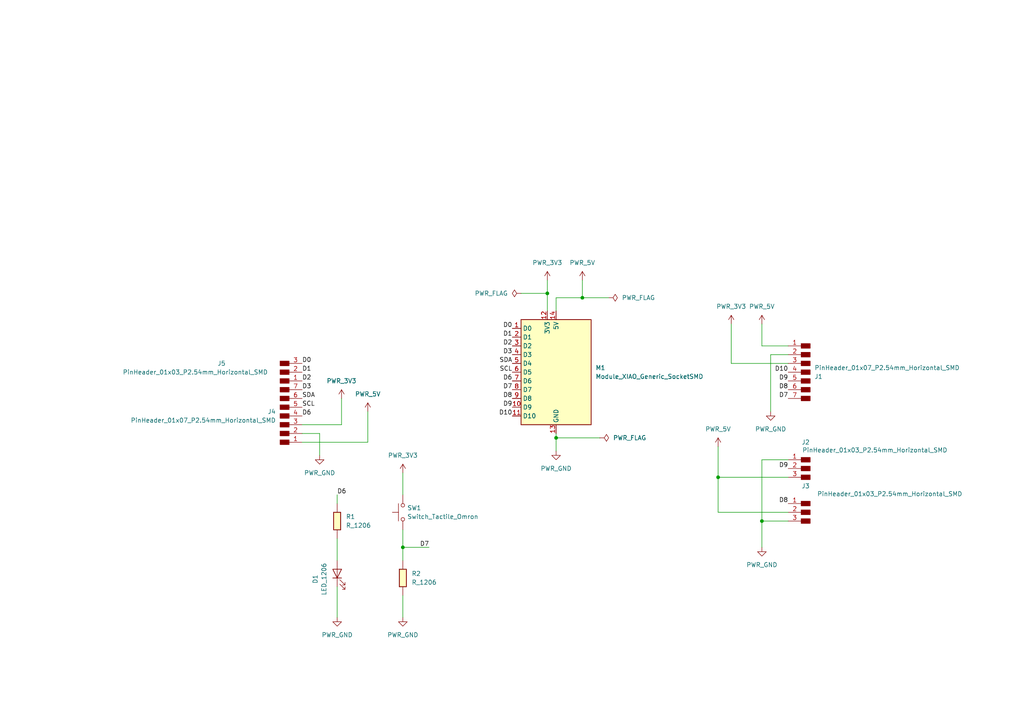
<source format=kicad_sch>
(kicad_sch (version 20250114) (generator "eeschema") (generator_version "9.0")
  (paper "A4")
  (title_block (title "Week06|Electronic Design Assignment") (date "2026-03-02") (rev "1"))
  (lib_symbols
    (symbol "PCM_fab:LED_1206" (pin_numbers (hide yes)) (pin_names (offset 1.016) (hide yes))
      (property "Reference" "D" (at 0 2.54 0))
      (property "Value" "LED_1206" (at 0 -2.54 0))
      (symbol "LED_1206_0_1"
        (polyline (pts (xy -3.048 -0.762) (xy -4.572 -2.286) (xy -3.81 -2.286) (xy -4.572 -2.286) (xy -4.572 -1.524)))
        (polyline (pts (xy -1.778 -0.762) (xy -3.302 -2.286) (xy -2.54 -2.286) (xy -3.302 -2.286) (xy -3.302 -1.524)))
        (polyline (pts (xy -1.27 0) (xy 1.27 0)))
        (polyline (pts (xy -1.27 -1.27) (xy -1.27 1.27)) (stroke (width 0.2032)))
        (polyline (pts (xy 1.27 -1.27) (xy 1.27 1.27) (xy -1.27 0) (xy 1.27 -1.27)) (stroke (width 0.2032)))
      )
      (symbol "LED_1206_1_1"
        (pin passive line (at -3.81 0 0) (length 2.54) (name "K") (number "1"))
        (pin passive line (at 3.81 0 180) (length 2.54) (name "A") (number "2"))
      )
    )
    (symbol "PCM_fab:Module_XIAO_Generic_SocketSMD"
      (property "Reference" "M" (at -10.16 16.51 0))
      (property "Value" "Module_XIAO_Generic_SocketSMD" (at 1.27 16.51 0))
      (symbol "Module_XIAO_Generic_SocketSMD_1_1"
        (rectangle (start -10.16 15.24) (end 10.16 -15.24) (stroke (width 0.254)) (fill (type background)))
        (pin bidirectional line (at -12.7 12.7 0) (length 2.54) (name "D0") (number "1"))
        (pin bidirectional line (at -12.7 10.16 0) (length 2.54) (name "D1") (number "2"))
        (pin bidirectional line (at -12.7 7.62 0) (length 2.54) (name "D2") (number "3"))
        (pin bidirectional line (at -12.7 5.08 0) (length 2.54) (name "D3") (number "4"))
        (pin bidirectional line (at -12.7 2.54 0) (length 2.54) (name "D4") (number "5"))
        (pin bidirectional line (at -12.7 0 0) (length 2.54) (name "D5") (number "6"))
        (pin bidirectional line (at -12.7 -2.54 0) (length 2.54) (name "D6") (number "7"))
        (pin bidirectional line (at -12.7 -5.08 0) (length 2.54) (name "D7") (number "8"))
        (pin bidirectional line (at -12.7 -7.62 0) (length 2.54) (name "D8") (number "9"))
        (pin bidirectional line (at -12.7 -10.16 0) (length 2.54) (name "D9") (number "10"))
        (pin bidirectional line (at -12.7 -12.7 0) (length 2.54) (name "D10") (number "11"))
        (pin power_in line (at -2.54 17.78 270) (length 2.54) (name "3V3") (number "12"))
        (pin power_in line (at 0 17.78 270) (length 2.54) (name "5V") (number "14"))
        (pin power_in line (at 0 -17.78 90) (length 2.54) (name "GND") (number "13"))
      )
    )
    (symbol "PCM_fab:PWR_3V3" (power) (pin_names (offset 0))
      (property "Value" "PWR_3V3" (at 0 3.556 0))
      (symbol "PWR_3V3_0_1"
        (polyline (pts (xy -0.762 1.27) (xy 0 2.54)))
        (polyline (pts (xy 0 2.54) (xy 0.762 1.27)))
        (polyline (pts (xy 0 0) (xy 0 2.54)))
      )
      (symbol "PWR_3V3_1_1"
        (pin power_in line (at 0 0 90) (length 0) (hide yes) (name "PWR_3V3") (number "1"))
      )
    )
    (symbol "PCM_fab:PWR_5V" (power) (pin_names (offset 0))
      (property "Value" "PWR_5V" (at 0 3.556 0))
      (symbol "PWR_5V_0_1"
        (polyline (pts (xy -0.762 1.27) (xy 0 2.54)))
        (polyline (pts (xy 0 2.54) (xy 0.762 1.27)))
        (polyline (pts (xy 0 0) (xy 0 2.54)))
      )
      (symbol "PWR_5V_1_1"
        (pin power_in line (at 0 0 90) (length 0) (hide yes) (name "PWR_5V") (number "1"))
      )
    )
    (symbol "PCM_fab:PWR_FLAG" (power) (pin_numbers (hide yes)) (pin_names (offset 0) (hide yes))
      (property "Value" "PWR_FLAG" (at 0 3.81 0))
      (symbol "PWR_FLAG_0_1"
        (polyline (pts (xy 0 0) (xy 0 1.27) (xy -1.016 1.905) (xy 0 2.54) (xy 1.016 1.905) (xy 0 1.27)))
      )
      (symbol "PWR_FLAG_1_0"
        (pin power_out line (at 0 0 90) (length 0) (name "PWR_FLAG") (number "1"))
      )
    )
    (symbol "PCM_fab:PWR_GND" (power) (pin_names (offset 0))
      (property "Value" "PWR_GND" (at 0 -3.81 0))
      (symbol "PWR_GND_0_1"
        (polyline (pts (xy 0 0) (xy 0 -1.27) (xy 1.27 -1.27) (xy 0 -2.54) (xy -1.27 -1.27) (xy 0 -1.27)))
      )
      (symbol "PWR_GND_1_1"
        (pin power_in line (at 0 0 270) (length 0) (hide yes) (name "PWR_GND") (number "1"))
      )
    )
    (symbol "PCM_fab:PinHeader_01x03_P2.54mm_Horizontal_SMD" (pin_names (hide yes))
      (property "Reference" "J" (at 0 5.08 0))
      (property "Value" "PinHeader_01x03_P2.54mm_Horizontal_SMD" (at 0 -5.08 0))
      (symbol "PinHeader_01x03_P2.54mm_Horizontal_SMD_1_1"
        (rectangle (start -1.27 3.175) (end 1.27 1.905) (stroke (width 0.254)) (fill (type outline)))
        (rectangle (start -1.27 0.635) (end 1.27 -0.635) (stroke (width 0.254)) (fill (type outline)))
        (rectangle (start -1.27 -1.905) (end 1.27 -3.175) (stroke (width 0.254)) (fill (type outline)))
        (pin passive line (at 5.08 2.54 180) (length 3.81) (name "Pin_1") (number "1"))
        (pin passive line (at 5.08 0 180) (length 3.81) (name "Pin_2") (number "2"))
        (pin passive line (at 5.08 -2.54 180) (length 3.81) (name "Pin_3") (number "3"))
      )
    )
    (symbol "PCM_fab:PinHeader_01x07_P2.54mm_Horizontal_SMD" (pin_names (hide yes))
      (property "Reference" "J" (at 0 10.16 0))
      (property "Value" "PinHeader_01x07_P2.54mm_Horizontal_SMD" (at 0 -10.16 0))
      (symbol "PinHeader_01x07_P2.54mm_Horizontal_SMD_1_1"
        (rectangle (start -1.27 8.255) (end 1.27 6.985) (stroke (width 0.254)) (fill (type outline)))
        (rectangle (start -1.27 5.715) (end 1.27 4.445) (stroke (width 0.254)) (fill (type outline)))
        (rectangle (start -1.27 3.175) (end 1.27 1.905) (stroke (width 0.254)) (fill (type outline)))
        (rectangle (start -1.27 0.635) (end 1.27 -0.635) (stroke (width 0.254)) (fill (type outline)))
        (rectangle (start -1.27 -1.905) (end 1.27 -3.175) (stroke (width 0.254)) (fill (type outline)))
        (rectangle (start -1.27 -4.445) (end 1.27 -5.715) (stroke (width 0.254)) (fill (type outline)))
        (rectangle (start -1.27 -6.985) (end 1.27 -8.255) (stroke (width 0.254)) (fill (type outline)))
        (pin passive line (at 5.08 7.62 180) (length 3.81) (name "Pin_1") (number "1"))
        (pin passive line (at 5.08 5.08 180) (length 3.81) (name "Pin_2") (number "2"))
        (pin passive line (at 5.08 2.54 180) (length 3.81) (name "Pin_3") (number "3"))
        (pin passive line (at 5.08 0 180) (length 3.81) (name "Pin_4") (number "4"))
        (pin passive line (at 5.08 -2.54 180) (length 3.81) (name "Pin_5") (number "5"))
        (pin passive line (at 5.08 -5.08 180) (length 3.81) (name "Pin_6") (number "6"))
        (pin passive line (at 5.08 -7.62 180) (length 3.81) (name "Pin_7") (number "7"))
      )
    )
    (symbol "PCM_fab:R_1206" (pin_numbers (hide yes)) (pin_names (offset 0))
      (property "Reference" "R" (at 2.54 0 90))
      (property "Value" "R_1206" (at -2.54 0 90))
      (symbol "R_1206_0_1"
        (rectangle (start -1.016 -2.54) (end 1.016 2.54) (stroke (width 0.254)) (fill (type background)))
      )
      (symbol "R_1206_1_1"
        (pin passive line (at 0 5.08 270) (length 2.54) (name "~") (number "1"))
        (pin passive line (at 0 -5.08 90) (length 2.54) (name "~") (number "2"))
      )
    )
    (symbol "PCM_fab:Switch_Tactile_Omron" (pin_numbers (hide yes)) (pin_names (offset 1.016) (hide yes))
      (property "Reference" "SW" (at 1.27 2.54 0))
      (property "Value" "Switch_Tactile_Omron" (at 0 -1.524 0))
      (symbol "Switch_Tactile_Omron_0_1"
        (circle (center -2.032 0) (radius 0.508))
        (polyline (pts (xy 0 1.27) (xy 0 3.048)))
        (circle (center 2.032 0) (radius 0.508))
        (polyline (pts (xy 2.54 1.27) (xy -2.54 1.27)))
        (pin passive line (at -5.08 0 0) (length 2.54) (name "1") (number "1"))
        (pin passive line (at 5.08 0 180) (length 2.54) (name "2") (number "2"))
      )
    )
  )
  (junction (at 208.28 138.43))
  (junction (at 116.84 158.75))
  (junction (at 220.98 151.13))
  (junction (at 161.29 127))
  (junction (at 168.91 86.36))
  (junction (at 158.75 85.09))
  (wire (pts (xy 161.29 86.36) (xy 168.91 86.36)))
  (wire (pts (xy 151.13 85.09) (xy 158.75 85.09)))
  (wire (pts (xy 87.63 128.27) (xy 106.68 128.27)))
  (wire (pts (xy 212.09 105.41) (xy 212.09 93.98)))
  (wire (pts (xy 116.84 153.67) (xy 116.84 158.75)))
  (wire (pts (xy 220.98 100.33) (xy 220.98 93.98)))
  (wire (pts (xy 106.68 128.27) (xy 106.68 119.38)))
  (wire (pts (xy 168.91 86.36) (xy 176.53 86.36)))
  (wire (pts (xy 228.6 100.33) (xy 220.98 100.33)))
  (wire (pts (xy 208.28 138.43) (xy 228.6 138.43)))
  (wire (pts (xy 87.63 123.19) (xy 99.06 123.19)))
  (wire (pts (xy 228.6 105.41) (xy 212.09 105.41)))
  (wire (pts (xy 228.6 148.59) (xy 208.28 148.59)))
  (wire (pts (xy 220.98 151.13) (xy 220.98 133.35)))
  (wire (pts (xy 161.29 125.73) (xy 161.29 127)))
  (wire (pts (xy 116.84 158.75) (xy 124.46 158.75)))
  (wire (pts (xy 208.28 148.59) (xy 208.28 138.43)))
  (wire (pts (xy 158.75 85.09) (xy 158.75 90.17)))
  (wire (pts (xy 92.71 125.73) (xy 92.71 132.08)))
  (wire (pts (xy 161.29 127) (xy 161.29 130.81)))
  (wire (pts (xy 228.6 102.87) (xy 223.52 102.87)))
  (wire (pts (xy 97.79 170.18) (xy 97.79 179.07)))
  (wire (pts (xy 220.98 133.35) (xy 228.6 133.35)))
  (wire (pts (xy 208.28 138.43) (xy 208.28 129.54)))
  (wire (pts (xy 97.79 143.51) (xy 97.79 146.05)))
  (wire (pts (xy 161.29 127) (xy 173.99 127)))
  (wire (pts (xy 168.91 81.28) (xy 168.91 86.36)))
  (wire (pts (xy 97.79 156.21) (xy 97.79 162.56)))
  (wire (pts (xy 116.84 158.75) (xy 116.84 162.56)))
  (wire (pts (xy 87.63 125.73) (xy 92.71 125.73)))
  (wire (pts (xy 220.98 158.75) (xy 220.98 151.13)))
  (wire (pts (xy 99.06 115.57) (xy 99.06 123.19)))
  (wire (pts (xy 161.29 90.17) (xy 161.29 86.36)))
  (wire (pts (xy 158.75 81.28) (xy 158.75 85.09)))
  (wire (pts (xy 116.84 137.16) (xy 116.84 143.51)))
  (wire (pts (xy 116.84 172.72) (xy 116.84 179.07)))
  (wire (pts (xy 223.52 102.87) (xy 223.52 119.38)))
  (wire (pts (xy 220.98 151.13) (xy 228.6 151.13)))
  (label "SDA" (at 148.59 105.41 180))
  (label "D9" (at 228.6 110.49 180))
  (label "D0" (at 148.59 95.25 180))
  (label "D8" (at 148.59 115.57 180))
  (label "D7" (at 148.59 113.03 180))
  (label "D8" (at 228.6 113.03 180))
  (label "D1" (at 148.59 97.79 180))
  (label "D6" (at 148.59 110.49 180))
  (label "D2" (at 87.63 110.49 0))
  (label "D6" (at 87.63 120.65 0))
  (label "D3" (at 148.59 102.87 180))
  (label "D2" (at 148.59 100.33 180))
  (label "D0" (at 87.63 105.41 0))
  (label "D6" (at 97.79 143.51 0))
  (label "D10" (at 228.6 107.95 180))
  (label "SCL" (at 87.63 118.11 0))
  (label "D10" (at 148.59 120.65 180))
  (label "D3" (at 87.63 113.03 0))
  (label "D7" (at 124.46 158.75 180))
  (label "SDA" (at 87.63 115.57 0))
  (label "SCL" (at 148.59 107.95 180))
  (label "D9" (at 228.6 135.89 180))
  (label "D7" (at 228.6 115.57 180))
  (label "D9" (at 148.59 118.11 180))
  (label "D1" (at 87.63 107.95 0))
  (label "D8" (at 228.6 146.05 180))
  (symbol (lib_id "PCM_fab:PinHeader_01x03_P2.54mm_Horizontal_SMD") (at 82.55 107.95 0) (mirror x) (unit 1)
    (property "Reference" "J5" (at 64.262 105.41 0))
    (property "Value" "PinHeader_01x03_P2.54mm_Horizontal_SMD" (at 56.642 107.95 0))
    (property "Footprint" "PCM_fab:PinHeader_01x03_P2.54mm_Horizontal_SMD" (effects (hide yes)))
    (property "Description" "Male connector, single row" (effects (hide yes)))
  )
  (symbol (lib_id "PCM_fab:PWR_5V") (at 106.68 119.38 0) (unit 1)
    (property "Reference" "#PWR07" (effects (hide yes)))
    (property "Value" "PWR_5V" (at 106.68 114.3 0))
    (property "Description" "Power symbol creates a global label with name \"+5V\"" (effects (hide yes)))
  )
  (symbol (lib_id "PCM_fab:PWR_3V3") (at 158.75 81.28 0) (unit 1)
    (property "Reference" "#PWR011" (effects (hide yes)))
    (property "Value" "PWR_3V3" (at 158.75 76.2 0))
    (property "Description" "Power symbol creates a global label with name \"+3V3\"" (effects (hide yes)))
  )
  (symbol (lib_id "PCM_fab:PWR_5V") (at 208.28 129.54 0) (unit 1)
    (property "Reference" "#PWR010" (effects (hide yes)))
    (property "Value" "PWR_5V" (at 208.28 124.46 0))
    (property "Description" "Power symbol creates a global label with name \"+5V\"" (effects (hide yes)))
  )
  (symbol (lib_id "PCM_fab:LED_1206") (at 97.79 166.37 90) (unit 1)
    (property "Reference" "D1" (at 91.44 167.9702 0))
    (property "Value" "LED_1206" (at 93.98 167.9702 0))
    (property "Footprint" "PCM_fab:LED_1206" (effects (hide yes)))
    (property "Datasheet" "https://optoelectronics.liteon.com/upload/download/DS-22-98-0002/LTST-C150CKT.pdf" (effects (hide yes)))
    (property "Description" "Light emitting diode, Lite-On Inc. LTST, SMD" (effects (hide yes)))
  )
  (symbol (lib_id "PCM_fab:PWR_GND") (at 223.52 119.38 0) (unit 1)
    (property "Reference" "#PWR06" (effects (hide yes)))
    (property "Value" "PWR_GND" (at 223.52 124.46 0))
    (property "Description" "Power symbol creates a global label with name \"GND\" , ground" (effects (hide yes)))
  )
  (symbol (lib_id "PCM_fab:PWR_5V") (at 168.91 81.28 0) (unit 1)
    (property "Reference" "#PWR08" (effects (hide yes)))
    (property "Value" "PWR_5V" (at 168.91 76.2 0))
    (property "Description" "Power symbol creates a global label with name \"+5V\"" (effects (hide yes)))
  )
  (symbol (lib_id "PCM_fab:PWR_GND") (at 161.29 130.81 0) (unit 1)
    (property "Reference" "#PWR04" (effects (hide yes)))
    (property "Value" "PWR_GND" (at 161.29 135.89 0))
    (property "Description" "Power symbol creates a global label with name \"GND\" , ground" (effects (hide yes)))
  )
  (symbol (lib_id "PCM_fab:PWR_3V3") (at 116.84 137.16 0) (unit 1)
    (property "Reference" "#PWR013" (effects (hide yes)))
    (property "Value" "PWR_3V3" (at 116.84 132.08 0))
    (property "Description" "Power symbol creates a global label with name \"+3V3\"" (effects (hide yes)))
  )
  (symbol (lib_id "PCM_fab:PWR_5V") (at 220.98 93.98 0) (unit 1)
    (property "Reference" "#PWR09" (effects (hide yes)))
    (property "Value" "PWR_5V" (at 220.98 88.9 0))
    (property "Description" "Power symbol creates a global label with name \"+5V\"" (effects (hide yes)))
  )
  (symbol (lib_id "PCM_fab:PWR_GND") (at 92.71 132.08 0) (unit 1)
    (property "Reference" "#PWR01" (effects (hide yes)))
    (property "Value" "PWR_GND" (at 92.71 137.16 0))
    (property "Description" "Power symbol creates a global label with name \"GND\" , ground" (effects (hide yes)))
  )
  (symbol (lib_id "PCM_fab:PWR_3V3") (at 212.09 93.98 0) (unit 1)
    (property "Reference" "#PWR012" (effects (hide yes)))
    (property "Value" "PWR_3V3" (at 212.09 88.9 0))
    (property "Description" "Power symbol creates a global label with name \"+3V3\"" (effects (hide yes)))
  )
  (symbol (lib_id "PCM_fab:PWR_FLAG") (at 173.99 127 270) (unit 1)
    (property "Reference" "#FLG01" (effects (hide yes)))
    (property "Value" "PWR_FLAG" (at 177.8 126.9999 90) (effects (justify left)))
    (property "Description" "Special symbol for telling ERC where power comes from" (effects (hide yes)))
  )
  (symbol (lib_id "PCM_fab:R_1206") (at 97.79 151.13 0) (unit 1)
    (property "Reference" "R1" (at 100.33 149.8599 0) (effects (justify left)))
    (property "Value" "R_1206" (at 100.33 152.3999 0) (effects (justify left)))
    (property "Footprint" "PCM_fab:R_1206" (effects (hide yes)))
    (property "Description" "Resistor" (effects (hide yes)))
  )
  (symbol (lib_id "PCM_fab:Module_XIAO_Generic_SocketSMD") (at 161.29 107.95 0) (unit 1)
    (property "Reference" "M1" (at 172.72 106.6799 0) (effects (justify left)))
    (property "Value" "Module_XIAO_Generic_SocketSMD" (at 172.72 109.2199 0) (effects (justify left)))
    (property "Footprint" "PCM_fab:Module_XIAO_Generic_SocketSMD" (effects (hide yes)))
    (property "Datasheet" "https://wiki.seeedstudio.com/xiao_topic_page/" (effects (hide yes)))
    (property "Description" "The Seeed Studio XIAO series, named after the Chinese word for \"small,\" comprises tiny development boards based on various hardware platforms of ESP32, SAMD21, RP2040, nRF52840, RP2350 and RA4M1, MG24" (effects (hide yes)))
  )
  (symbol (lib_id "PCM_fab:PinHeader_01x03_P2.54mm_Horizontal_SMD") (at 233.68 135.89 0) (mirror y) (unit 1)
    (property "Reference" "J2" (at 233.68 128.27 0))
    (property "Value" "PinHeader_01x03_P2.54mm_Horizontal_SMD" (at 253.746 130.556 0))
    (property "Footprint" "PCM_fab:PinHeader_01x03_P2.54mm_Horizontal_SMD" (effects (hide yes)))
    (property "Description" "Male connector, single row" (effects (hide yes)))
  )
  (symbol (lib_id "PCM_fab:PWR_3V3") (at 99.06 115.57 0) (unit 1)
    (property "Reference" "#PWR014" (effects (hide yes)))
    (property "Value" "PWR_3V3" (at 99.06 110.49 0))
    (property "Description" "Power symbol creates a global label with name \"+3V3\"" (effects (hide yes)))
  )
  (symbol (lib_id "PCM_fab:PWR_FLAG") (at 176.53 86.36 270) (unit 1)
    (property "Reference" "#FLG03" (effects (hide yes)))
    (property "Value" "PWR_FLAG" (at 180.34 86.3599 90) (effects (justify left)))
    (property "Description" "Special symbol for telling ERC where power comes from" (effects (hide yes)))
  )
  (symbol (lib_id "PCM_fab:PWR_GND") (at 97.79 179.07 0) (unit 1)
    (property "Reference" "#PWR02" (effects (hide yes)))
    (property "Value" "PWR_GND" (at 97.79 184.15 0))
    (property "Description" "Power symbol creates a global label with name \"GND\" , ground" (effects (hide yes)))
  )
  (symbol (lib_id "PCM_fab:PinHeader_01x07_P2.54mm_Horizontal_SMD") (at 82.55 120.65 0) (mirror x) (unit 1)
    (property "Reference" "J4" (at 80.01 119.3799 0) (effects (justify right)))
    (property "Value" "PinHeader_01x07_P2.54mm_Horizontal_SMD" (at 80.01 121.9199 0) (effects (justify right)))
    (property "Footprint" "PCM_fab:PinHeader_01x07_P2.54mm_Horizontal_SMD" (effects (hide yes)))
    (property "Description" "Male connector, single row" (effects (hide yes)))
  )
  (symbol (lib_id "PCM_fab:R_1206") (at 116.84 167.64 0) (unit 1)
    (property "Reference" "R2" (at 119.38 166.3699 0) (effects (justify left)))
    (property "Value" "R_1206" (at 119.38 168.9099 0) (effects (justify left)))
    (property "Footprint" "PCM_fab:R_1206" (effects (hide yes)))
    (property "Description" "Resistor" (effects (hide yes)))
  )
  (symbol (lib_id "PCM_fab:PinHeader_01x07_P2.54mm_Horizontal_SMD") (at 233.68 107.95 0) (mirror y) (unit 1)
    (property "Reference" "J1" (at 236.22 109.2201 0) (effects (justify right)))
    (property "Value" "PinHeader_01x07_P2.54mm_Horizontal_SMD" (at 236.22 106.6801 0) (effects (justify right)))
    (property "Footprint" "PCM_fab:PinHeader_01x07_P2.54mm_Horizontal_SMD" (effects (hide yes)))
    (property "Description" "Male connector, single row" (effects (hide yes)))
  )
  (symbol (lib_id "PCM_fab:PWR_GND") (at 220.98 158.75 0) (unit 1)
    (property "Reference" "#PWR05" (effects (hide yes)))
    (property "Value" "PWR_GND" (at 220.98 163.83 0))
    (property "Description" "Power symbol creates a global label with name \"GND\" , ground" (effects (hide yes)))
  )
  (symbol (lib_id "PCM_fab:Switch_Tactile_Omron") (at 116.84 148.59 90) (unit 1)
    (property "Reference" "SW1" (at 118.11 147.3199 90) (effects (justify right)))
    (property "Value" "Switch_Tactile_Omron" (at 118.11 149.8599 90) (effects (justify right)))
    (property "Footprint" "PCM_fab:Button_Omron_B3SN_6.0x6.0mm" (effects (hide yes)))
    (property "Datasheet" "https://omronfs.omron.com/en_US/ecb/products/pdf/en-b3sn.pdf" (effects (hide yes)))
    (property "Description" "Push button switch, Omron, B3SN, Sealed Tactile Switch (SMT), SPST-NO Top Actuated Surface Mount" (effects (hide yes)))
  )
  (symbol (lib_id "PCM_fab:PWR_FLAG") (at 151.13 85.09 90) (unit 1)
    (property "Reference" "#FLG02" (effects (hide yes)))
    (property "Value" "PWR_FLAG" (at 147.32 85.0899 90) (effects (justify left)))
    (property "Description" "Special symbol for telling ERC where power comes from" (effects (hide yes)))
  )
  (symbol (lib_id "PCM_fab:PinHeader_01x03_P2.54mm_Horizontal_SMD") (at 233.68 148.59 0) (mirror y) (unit 1)
    (property "Reference" "J3" (at 233.68 140.97 0))
    (property "Value" "PinHeader_01x03_P2.54mm_Horizontal_SMD" (at 258.064 143.256 0))
    (property "Footprint" "PCM_fab:PinHeader_01x03_P2.54mm_Horizontal_SMD" (effects (hide yes)))
    (property "Description" "Male connector, single row" (effects (hide yes)))
  )
  (symbol (lib_id "PCM_fab:PWR_GND") (at 116.84 179.07 0) (unit 1)
    (property "Reference" "#PWR03" (effects (hide yes)))
    (property "Value" "PWR_GND" (at 116.84 184.15 0))
    (property "Description" "Power symbol creates a global label with name \"GND\" , ground" (effects (hide yes)))
  )
)
</source>
